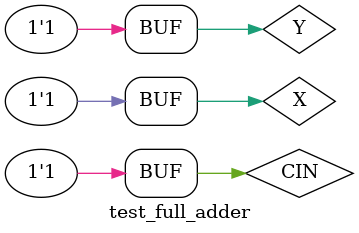
<source format=v>
module test_full_adder;

wire S, COUT;
reg X, Y, CIN;

full_adder U0(.s(S),.cout(COUT),.x(X),.y(Y),.cin(CIN));

initial
begin
X = 0; Y = 0; CIN = 0;
#10 X = 0; Y = 0; CIN = 1;
#10 X = 0; Y = 1; CIN = 0;
#10 X = 0; Y = 1; CIN = 1;
#10 X = 1; Y = 0; CIN = 0;
#10 X = 1; Y = 0; CIN = 1;
#10 X = 1; Y = 1; CIN = 0;
#10 X = 1; Y = 1; CIN = 1;
end
endmodule
</source>
